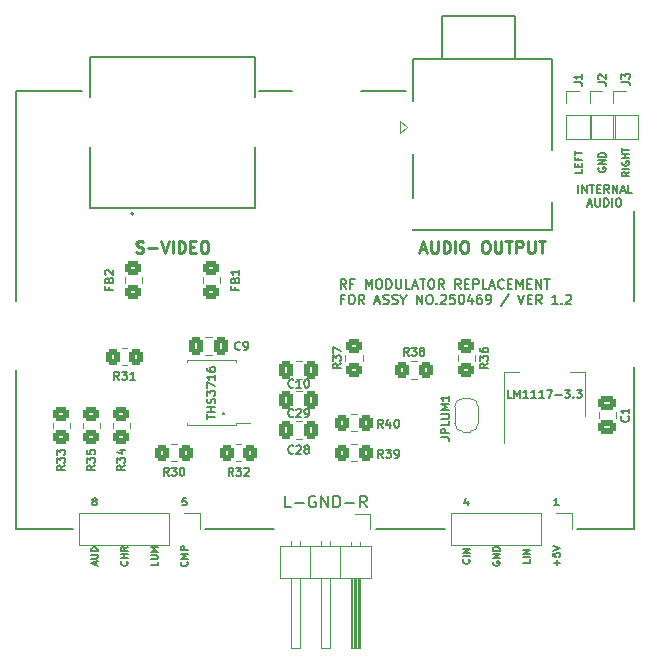
<source format=gbr>
G04 #@! TF.GenerationSoftware,KiCad,Pcbnew,(6.0.0)*
G04 #@! TF.CreationDate,2022-02-21T15:52:47+01:00*
G04 #@! TF.ProjectId,rfreplacement,72667265-706c-4616-9365-6d656e742e6b,rev?*
G04 #@! TF.SameCoordinates,Original*
G04 #@! TF.FileFunction,Legend,Top*
G04 #@! TF.FilePolarity,Positive*
%FSLAX46Y46*%
G04 Gerber Fmt 4.6, Leading zero omitted, Abs format (unit mm)*
G04 Created by KiCad (PCBNEW (6.0.0)) date 2022-02-21 15:52:47*
%MOMM*%
%LPD*%
G01*
G04 APERTURE LIST*
G04 Aperture macros list*
%AMRoundRect*
0 Rectangle with rounded corners*
0 $1 Rounding radius*
0 $2 $3 $4 $5 $6 $7 $8 $9 X,Y pos of 4 corners*
0 Add a 4 corners polygon primitive as box body*
4,1,4,$2,$3,$4,$5,$6,$7,$8,$9,$2,$3,0*
0 Add four circle primitives for the rounded corners*
1,1,$1+$1,$2,$3*
1,1,$1+$1,$4,$5*
1,1,$1+$1,$6,$7*
1,1,$1+$1,$8,$9*
0 Add four rect primitives between the rounded corners*
20,1,$1+$1,$2,$3,$4,$5,0*
20,1,$1+$1,$4,$5,$6,$7,0*
20,1,$1+$1,$6,$7,$8,$9,0*
20,1,$1+$1,$8,$9,$2,$3,0*%
%AMFreePoly0*
4,1,22,0.500000,-0.750000,0.000000,-0.750000,0.000000,-0.745033,-0.079941,-0.743568,-0.215256,-0.701293,-0.333266,-0.622738,-0.424486,-0.514219,-0.481581,-0.384460,-0.499164,-0.250000,-0.500000,-0.250000,-0.500000,0.250000,-0.499164,0.250000,-0.499963,0.256109,-0.478152,0.396186,-0.417904,0.524511,-0.324060,0.630769,-0.204165,0.706417,-0.067858,0.745374,0.000000,0.744959,0.000000,0.750000,
0.500000,0.750000,0.500000,-0.750000,0.500000,-0.750000,$1*%
%AMFreePoly1*
4,1,20,0.000000,0.744959,0.073905,0.744508,0.209726,0.703889,0.328688,0.626782,0.421226,0.519385,0.479903,0.390333,0.500000,0.250000,0.500000,-0.250000,0.499851,-0.262216,0.476331,-0.402017,0.414519,-0.529596,0.319384,-0.634700,0.198574,-0.708877,0.061801,-0.746166,0.000000,-0.745033,0.000000,-0.750000,-0.500000,-0.750000,-0.500000,0.750000,0.000000,0.750000,0.000000,0.744959,
0.000000,0.744959,$1*%
G04 Aperture macros list end*
%ADD10C,0.150000*%
%ADD11C,0.250000*%
%ADD12C,0.120000*%
%ADD13C,0.127000*%
%ADD14C,0.200000*%
%ADD15R,1.700000X1.700000*%
%ADD16O,1.700000X1.700000*%
%ADD17R,1.450000X0.800000*%
%ADD18RoundRect,0.250000X-0.475000X0.337500X-0.475000X-0.337500X0.475000X-0.337500X0.475000X0.337500X0*%
%ADD19RoundRect,0.250000X0.337500X0.475000X-0.337500X0.475000X-0.337500X-0.475000X0.337500X-0.475000X0*%
%ADD20RoundRect,0.250000X-0.337500X-0.475000X0.337500X-0.475000X0.337500X0.475000X-0.337500X0.475000X0*%
%ADD21FreePoly0,270.000000*%
%ADD22FreePoly1,270.000000*%
%ADD23RoundRect,0.250000X-0.350000X-0.450000X0.350000X-0.450000X0.350000X0.450000X-0.350000X0.450000X0*%
%ADD24RoundRect,0.250000X0.450000X-0.350000X0.450000X0.350000X-0.450000X0.350000X-0.450000X-0.350000X0*%
%ADD25RoundRect,0.250000X-0.450000X0.350000X-0.450000X-0.350000X0.450000X-0.350000X0.450000X0.350000X0*%
%ADD26RoundRect,0.250000X0.350000X0.450000X-0.350000X0.450000X-0.350000X-0.450000X0.350000X-0.450000X0*%
%ADD27R,1.500000X2.000000*%
%ADD28R,3.800000X2.000000*%
%ADD29O,2.200000X4.000000*%
%ADD30O,4.000000X2.200000*%
%ADD31R,2.200000X4.000000*%
%ADD32R,1.398000X1.398000*%
%ADD33C,1.398000*%
%ADD34C,3.306000*%
%ADD35R,1.350000X1.350000*%
%ADD36O,1.350000X1.350000*%
%ADD37RoundRect,0.250000X0.450000X-0.325000X0.450000X0.325000X-0.450000X0.325000X-0.450000X-0.325000X0*%
%ADD38C,1.600000*%
%ADD39O,1.600000X1.600000*%
G04 APERTURE END LIST*
D10*
X150876000Y-80518000D02*
X150876000Y-73914000D01*
X150876000Y-86106000D02*
X150876000Y-99822000D01*
X103378000Y-99822000D02*
X98552000Y-99822000D01*
X121920000Y-62738000D02*
X119126000Y-62738000D01*
X134874000Y-99822000D02*
X129032000Y-99822000D01*
X98552000Y-62738000D02*
X98552000Y-80518000D01*
X98552000Y-99822000D02*
X98552000Y-86360000D01*
X150876000Y-99822000D02*
X146050000Y-99822000D01*
X120396000Y-99822000D02*
X114554000Y-99822000D01*
X150876000Y-73914000D02*
X150876000Y-72898000D01*
X104140000Y-62738000D02*
X98552000Y-62738000D01*
X127762000Y-62738000D02*
X131572000Y-62738000D01*
X138892000Y-102565142D02*
X138863428Y-102622285D01*
X138863428Y-102708000D01*
X138892000Y-102793714D01*
X138949142Y-102850857D01*
X139006285Y-102879428D01*
X139120571Y-102908000D01*
X139206285Y-102908000D01*
X139320571Y-102879428D01*
X139377714Y-102850857D01*
X139434857Y-102793714D01*
X139463428Y-102708000D01*
X139463428Y-102650857D01*
X139434857Y-102565142D01*
X139406285Y-102536571D01*
X139206285Y-102536571D01*
X139206285Y-102650857D01*
X139463428Y-102279428D02*
X138863428Y-102279428D01*
X139463428Y-101936571D01*
X138863428Y-101936571D01*
X139463428Y-101650857D02*
X138863428Y-101650857D01*
X138863428Y-101508000D01*
X138892000Y-101422285D01*
X138949142Y-101365142D01*
X139006285Y-101336571D01*
X139120571Y-101308000D01*
X139206285Y-101308000D01*
X139320571Y-101336571D01*
X139377714Y-101365142D01*
X139434857Y-101422285D01*
X139463428Y-101508000D01*
X139463428Y-101650857D01*
X112918857Y-97207428D02*
X112633142Y-97207428D01*
X112604571Y-97493142D01*
X112633142Y-97464571D01*
X112690285Y-97436000D01*
X112833142Y-97436000D01*
X112890285Y-97464571D01*
X112918857Y-97493142D01*
X112947428Y-97550285D01*
X112947428Y-97693142D01*
X112918857Y-97750285D01*
X112890285Y-97778857D01*
X112833142Y-97807428D01*
X112690285Y-97807428D01*
X112633142Y-97778857D01*
X112604571Y-97750285D01*
X144443428Y-97807428D02*
X144100571Y-97807428D01*
X144272000Y-97807428D02*
X144272000Y-97207428D01*
X144214857Y-97293142D01*
X144157714Y-97350285D01*
X144100571Y-97378857D01*
X121761619Y-97988380D02*
X121285428Y-97988380D01*
X121285428Y-96988380D01*
X122094952Y-97607428D02*
X122856857Y-97607428D01*
X123856857Y-97036000D02*
X123761619Y-96988380D01*
X123618761Y-96988380D01*
X123475904Y-97036000D01*
X123380666Y-97131238D01*
X123333047Y-97226476D01*
X123285428Y-97416952D01*
X123285428Y-97559809D01*
X123333047Y-97750285D01*
X123380666Y-97845523D01*
X123475904Y-97940761D01*
X123618761Y-97988380D01*
X123714000Y-97988380D01*
X123856857Y-97940761D01*
X123904476Y-97893142D01*
X123904476Y-97559809D01*
X123714000Y-97559809D01*
X124333047Y-97988380D02*
X124333047Y-96988380D01*
X124904476Y-97988380D01*
X124904476Y-96988380D01*
X125380666Y-97988380D02*
X125380666Y-96988380D01*
X125618761Y-96988380D01*
X125761619Y-97036000D01*
X125856857Y-97131238D01*
X125904476Y-97226476D01*
X125952095Y-97416952D01*
X125952095Y-97559809D01*
X125904476Y-97750285D01*
X125856857Y-97845523D01*
X125761619Y-97940761D01*
X125618761Y-97988380D01*
X125380666Y-97988380D01*
X126380666Y-97607428D02*
X127142571Y-97607428D01*
X128190190Y-97988380D02*
X127856857Y-97512190D01*
X127618761Y-97988380D02*
X127618761Y-96988380D01*
X127999714Y-96988380D01*
X128094952Y-97036000D01*
X128142571Y-97083619D01*
X128190190Y-97178857D01*
X128190190Y-97321714D01*
X128142571Y-97416952D01*
X128094952Y-97464571D01*
X127999714Y-97512190D01*
X127618761Y-97512190D01*
X150427428Y-69572000D02*
X150141714Y-69772000D01*
X150427428Y-69914857D02*
X149827428Y-69914857D01*
X149827428Y-69686285D01*
X149856000Y-69629142D01*
X149884571Y-69600571D01*
X149941714Y-69572000D01*
X150027428Y-69572000D01*
X150084571Y-69600571D01*
X150113142Y-69629142D01*
X150141714Y-69686285D01*
X150141714Y-69914857D01*
X150427428Y-69314857D02*
X149827428Y-69314857D01*
X149856000Y-68714857D02*
X149827428Y-68772000D01*
X149827428Y-68857714D01*
X149856000Y-68943428D01*
X149913142Y-69000571D01*
X149970285Y-69029142D01*
X150084571Y-69057714D01*
X150170285Y-69057714D01*
X150284571Y-69029142D01*
X150341714Y-69000571D01*
X150398857Y-68943428D01*
X150427428Y-68857714D01*
X150427428Y-68800571D01*
X150398857Y-68714857D01*
X150370285Y-68686285D01*
X150170285Y-68686285D01*
X150170285Y-68800571D01*
X150427428Y-68429142D02*
X149827428Y-68429142D01*
X150113142Y-68429142D02*
X150113142Y-68086285D01*
X150427428Y-68086285D02*
X149827428Y-68086285D01*
X149827428Y-67886285D02*
X149827428Y-67543428D01*
X150427428Y-67714857D02*
X149827428Y-67714857D01*
X107910285Y-102536571D02*
X107938857Y-102565142D01*
X107967428Y-102650857D01*
X107967428Y-102708000D01*
X107938857Y-102793714D01*
X107881714Y-102850857D01*
X107824571Y-102879428D01*
X107710285Y-102908000D01*
X107624571Y-102908000D01*
X107510285Y-102879428D01*
X107453142Y-102850857D01*
X107396000Y-102793714D01*
X107367428Y-102708000D01*
X107367428Y-102650857D01*
X107396000Y-102565142D01*
X107424571Y-102536571D01*
X107967428Y-102279428D02*
X107367428Y-102279428D01*
X107653142Y-102279428D02*
X107653142Y-101936571D01*
X107967428Y-101936571D02*
X107367428Y-101936571D01*
X107967428Y-101308000D02*
X107681714Y-101508000D01*
X107967428Y-101650857D02*
X107367428Y-101650857D01*
X107367428Y-101422285D01*
X107396000Y-101365142D01*
X107424571Y-101336571D01*
X107481714Y-101308000D01*
X107567428Y-101308000D01*
X107624571Y-101336571D01*
X107653142Y-101365142D01*
X107681714Y-101422285D01*
X107681714Y-101650857D01*
X112990285Y-102565142D02*
X113018857Y-102593714D01*
X113047428Y-102679428D01*
X113047428Y-102736571D01*
X113018857Y-102822285D01*
X112961714Y-102879428D01*
X112904571Y-102908000D01*
X112790285Y-102936571D01*
X112704571Y-102936571D01*
X112590285Y-102908000D01*
X112533142Y-102879428D01*
X112476000Y-102822285D01*
X112447428Y-102736571D01*
X112447428Y-102679428D01*
X112476000Y-102593714D01*
X112504571Y-102565142D01*
X113047428Y-102308000D02*
X112447428Y-102308000D01*
X112876000Y-102108000D01*
X112447428Y-101908000D01*
X113047428Y-101908000D01*
X113047428Y-101622285D02*
X112447428Y-101622285D01*
X112447428Y-101393714D01*
X112476000Y-101336571D01*
X112504571Y-101308000D01*
X112561714Y-101279428D01*
X112647428Y-101279428D01*
X112704571Y-101308000D01*
X112733142Y-101336571D01*
X112761714Y-101393714D01*
X112761714Y-101622285D01*
D11*
X108712380Y-76376761D02*
X108855238Y-76424380D01*
X109093333Y-76424380D01*
X109188571Y-76376761D01*
X109236190Y-76329142D01*
X109283809Y-76233904D01*
X109283809Y-76138666D01*
X109236190Y-76043428D01*
X109188571Y-75995809D01*
X109093333Y-75948190D01*
X108902857Y-75900571D01*
X108807619Y-75852952D01*
X108760000Y-75805333D01*
X108712380Y-75710095D01*
X108712380Y-75614857D01*
X108760000Y-75519619D01*
X108807619Y-75472000D01*
X108902857Y-75424380D01*
X109140952Y-75424380D01*
X109283809Y-75472000D01*
X109712380Y-76043428D02*
X110474285Y-76043428D01*
X110807619Y-75424380D02*
X111140952Y-76424380D01*
X111474285Y-75424380D01*
X111807619Y-76424380D02*
X111807619Y-75424380D01*
X112283809Y-76424380D02*
X112283809Y-75424380D01*
X112521904Y-75424380D01*
X112664761Y-75472000D01*
X112760000Y-75567238D01*
X112807619Y-75662476D01*
X112855238Y-75852952D01*
X112855238Y-75995809D01*
X112807619Y-76186285D01*
X112760000Y-76281523D01*
X112664761Y-76376761D01*
X112521904Y-76424380D01*
X112283809Y-76424380D01*
X113283809Y-75900571D02*
X113617142Y-75900571D01*
X113760000Y-76424380D02*
X113283809Y-76424380D01*
X113283809Y-75424380D01*
X113760000Y-75424380D01*
X114379047Y-75424380D02*
X114569523Y-75424380D01*
X114664761Y-75472000D01*
X114760000Y-75567238D01*
X114807619Y-75757714D01*
X114807619Y-76091047D01*
X114760000Y-76281523D01*
X114664761Y-76376761D01*
X114569523Y-76424380D01*
X114379047Y-76424380D01*
X114283809Y-76376761D01*
X114188571Y-76281523D01*
X114140952Y-76091047D01*
X114140952Y-75757714D01*
X114188571Y-75567238D01*
X114283809Y-75472000D01*
X114379047Y-75424380D01*
D10*
X146086000Y-71381166D02*
X146086000Y-70681166D01*
X146419333Y-71381166D02*
X146419333Y-70681166D01*
X146819333Y-71381166D01*
X146819333Y-70681166D01*
X147052666Y-70681166D02*
X147452666Y-70681166D01*
X147252666Y-71381166D02*
X147252666Y-70681166D01*
X147686000Y-71014500D02*
X147919333Y-71014500D01*
X148019333Y-71381166D02*
X147686000Y-71381166D01*
X147686000Y-70681166D01*
X148019333Y-70681166D01*
X148719333Y-71381166D02*
X148486000Y-71047833D01*
X148319333Y-71381166D02*
X148319333Y-70681166D01*
X148586000Y-70681166D01*
X148652666Y-70714500D01*
X148686000Y-70747833D01*
X148719333Y-70814500D01*
X148719333Y-70914500D01*
X148686000Y-70981166D01*
X148652666Y-71014500D01*
X148586000Y-71047833D01*
X148319333Y-71047833D01*
X149019333Y-71381166D02*
X149019333Y-70681166D01*
X149419333Y-71381166D01*
X149419333Y-70681166D01*
X149719333Y-71181166D02*
X150052666Y-71181166D01*
X149652666Y-71381166D02*
X149886000Y-70681166D01*
X150119333Y-71381166D01*
X150686000Y-71381166D02*
X150352666Y-71381166D01*
X150352666Y-70681166D01*
X146919333Y-72308166D02*
X147252666Y-72308166D01*
X146852666Y-72508166D02*
X147086000Y-71808166D01*
X147319333Y-72508166D01*
X147552666Y-71808166D02*
X147552666Y-72374833D01*
X147586000Y-72441500D01*
X147619333Y-72474833D01*
X147686000Y-72508166D01*
X147819333Y-72508166D01*
X147886000Y-72474833D01*
X147919333Y-72441500D01*
X147952666Y-72374833D01*
X147952666Y-71808166D01*
X148286000Y-72508166D02*
X148286000Y-71808166D01*
X148452666Y-71808166D01*
X148552666Y-71841500D01*
X148619333Y-71908166D01*
X148652666Y-71974833D01*
X148686000Y-72108166D01*
X148686000Y-72208166D01*
X148652666Y-72341500D01*
X148619333Y-72408166D01*
X148552666Y-72474833D01*
X148452666Y-72508166D01*
X148286000Y-72508166D01*
X148986000Y-72508166D02*
X148986000Y-71808166D01*
X149452666Y-71808166D02*
X149586000Y-71808166D01*
X149652666Y-71841500D01*
X149719333Y-71908166D01*
X149752666Y-72041500D01*
X149752666Y-72274833D01*
X149719333Y-72408166D01*
X149652666Y-72474833D01*
X149586000Y-72508166D01*
X149452666Y-72508166D01*
X149386000Y-72474833D01*
X149319333Y-72408166D01*
X149286000Y-72274833D01*
X149286000Y-72041500D01*
X149319333Y-71908166D01*
X149386000Y-71841500D01*
X149452666Y-71808166D01*
X116078000Y-90019142D02*
X116125619Y-90066761D01*
X116078000Y-90114380D01*
X116030380Y-90066761D01*
X116078000Y-90019142D01*
X116078000Y-90114380D01*
X144314857Y-102879428D02*
X144314857Y-102422285D01*
X144543428Y-102650857D02*
X144086285Y-102650857D01*
X143943428Y-101850857D02*
X143943428Y-102136571D01*
X144229142Y-102165142D01*
X144200571Y-102136571D01*
X144172000Y-102079428D01*
X144172000Y-101936571D01*
X144200571Y-101879428D01*
X144229142Y-101850857D01*
X144286285Y-101822285D01*
X144429142Y-101822285D01*
X144486285Y-101850857D01*
X144514857Y-101879428D01*
X144543428Y-101936571D01*
X144543428Y-102079428D01*
X144514857Y-102136571D01*
X144486285Y-102165142D01*
X143943428Y-101650857D02*
X144543428Y-101450857D01*
X143943428Y-101250857D01*
X136766285Y-97407428D02*
X136766285Y-97807428D01*
X136623428Y-97178857D02*
X136480571Y-97607428D01*
X136852000Y-97607428D01*
X136866285Y-102379428D02*
X136894857Y-102408000D01*
X136923428Y-102493714D01*
X136923428Y-102550857D01*
X136894857Y-102636571D01*
X136837714Y-102693714D01*
X136780571Y-102722285D01*
X136666285Y-102750857D01*
X136580571Y-102750857D01*
X136466285Y-102722285D01*
X136409142Y-102693714D01*
X136352000Y-102636571D01*
X136323428Y-102550857D01*
X136323428Y-102493714D01*
X136352000Y-102408000D01*
X136380571Y-102379428D01*
X136923428Y-102122285D02*
X136323428Y-102122285D01*
X136923428Y-101836571D02*
X136323428Y-101836571D01*
X136923428Y-101493714D01*
X136323428Y-101493714D01*
X110507428Y-102579428D02*
X110507428Y-102865142D01*
X109907428Y-102865142D01*
X109907428Y-102379428D02*
X110393142Y-102379428D01*
X110450285Y-102350857D01*
X110478857Y-102322285D01*
X110507428Y-102265142D01*
X110507428Y-102150857D01*
X110478857Y-102093714D01*
X110450285Y-102065142D01*
X110393142Y-102036571D01*
X109907428Y-102036571D01*
X110507428Y-101750857D02*
X109907428Y-101750857D01*
X110336000Y-101550857D01*
X109907428Y-101350857D01*
X110507428Y-101350857D01*
D11*
X132757904Y-76138666D02*
X133234095Y-76138666D01*
X132662666Y-76424380D02*
X132996000Y-75424380D01*
X133329333Y-76424380D01*
X133662666Y-75424380D02*
X133662666Y-76233904D01*
X133710285Y-76329142D01*
X133757904Y-76376761D01*
X133853142Y-76424380D01*
X134043619Y-76424380D01*
X134138857Y-76376761D01*
X134186476Y-76329142D01*
X134234095Y-76233904D01*
X134234095Y-75424380D01*
X134710285Y-76424380D02*
X134710285Y-75424380D01*
X134948380Y-75424380D01*
X135091238Y-75472000D01*
X135186476Y-75567238D01*
X135234095Y-75662476D01*
X135281714Y-75852952D01*
X135281714Y-75995809D01*
X135234095Y-76186285D01*
X135186476Y-76281523D01*
X135091238Y-76376761D01*
X134948380Y-76424380D01*
X134710285Y-76424380D01*
X135710285Y-76424380D02*
X135710285Y-75424380D01*
X136376952Y-75424380D02*
X136567428Y-75424380D01*
X136662666Y-75472000D01*
X136757904Y-75567238D01*
X136805523Y-75757714D01*
X136805523Y-76091047D01*
X136757904Y-76281523D01*
X136662666Y-76376761D01*
X136567428Y-76424380D01*
X136376952Y-76424380D01*
X136281714Y-76376761D01*
X136186476Y-76281523D01*
X136138857Y-76091047D01*
X136138857Y-75757714D01*
X136186476Y-75567238D01*
X136281714Y-75472000D01*
X136376952Y-75424380D01*
X138186476Y-75424380D02*
X138376952Y-75424380D01*
X138472190Y-75472000D01*
X138567428Y-75567238D01*
X138615047Y-75757714D01*
X138615047Y-76091047D01*
X138567428Y-76281523D01*
X138472190Y-76376761D01*
X138376952Y-76424380D01*
X138186476Y-76424380D01*
X138091238Y-76376761D01*
X137996000Y-76281523D01*
X137948380Y-76091047D01*
X137948380Y-75757714D01*
X137996000Y-75567238D01*
X138091238Y-75472000D01*
X138186476Y-75424380D01*
X139043619Y-75424380D02*
X139043619Y-76233904D01*
X139091238Y-76329142D01*
X139138857Y-76376761D01*
X139234095Y-76424380D01*
X139424571Y-76424380D01*
X139519809Y-76376761D01*
X139567428Y-76329142D01*
X139615047Y-76233904D01*
X139615047Y-75424380D01*
X139948380Y-75424380D02*
X140519809Y-75424380D01*
X140234095Y-76424380D02*
X140234095Y-75424380D01*
X140853142Y-76424380D02*
X140853142Y-75424380D01*
X141234095Y-75424380D01*
X141329333Y-75472000D01*
X141376952Y-75519619D01*
X141424571Y-75614857D01*
X141424571Y-75757714D01*
X141376952Y-75852952D01*
X141329333Y-75900571D01*
X141234095Y-75948190D01*
X140853142Y-75948190D01*
X141853142Y-75424380D02*
X141853142Y-76233904D01*
X141900761Y-76329142D01*
X141948380Y-76376761D01*
X142043619Y-76424380D01*
X142234095Y-76424380D01*
X142329333Y-76376761D01*
X142376952Y-76329142D01*
X142424571Y-76233904D01*
X142424571Y-75424380D01*
X142757904Y-75424380D02*
X143329333Y-75424380D01*
X143043619Y-76424380D02*
X143043619Y-75424380D01*
D10*
X126475119Y-79473904D02*
X126208452Y-79092952D01*
X126017976Y-79473904D02*
X126017976Y-78673904D01*
X126322738Y-78673904D01*
X126398928Y-78712000D01*
X126437023Y-78750095D01*
X126475119Y-78826285D01*
X126475119Y-78940571D01*
X126437023Y-79016761D01*
X126398928Y-79054857D01*
X126322738Y-79092952D01*
X126017976Y-79092952D01*
X127084642Y-79054857D02*
X126817976Y-79054857D01*
X126817976Y-79473904D02*
X126817976Y-78673904D01*
X127198928Y-78673904D01*
X128113214Y-79473904D02*
X128113214Y-78673904D01*
X128379880Y-79245333D01*
X128646547Y-78673904D01*
X128646547Y-79473904D01*
X129179880Y-78673904D02*
X129332261Y-78673904D01*
X129408452Y-78712000D01*
X129484642Y-78788190D01*
X129522738Y-78940571D01*
X129522738Y-79207238D01*
X129484642Y-79359619D01*
X129408452Y-79435809D01*
X129332261Y-79473904D01*
X129179880Y-79473904D01*
X129103690Y-79435809D01*
X129027500Y-79359619D01*
X128989404Y-79207238D01*
X128989404Y-78940571D01*
X129027500Y-78788190D01*
X129103690Y-78712000D01*
X129179880Y-78673904D01*
X129865595Y-79473904D02*
X129865595Y-78673904D01*
X130056071Y-78673904D01*
X130170357Y-78712000D01*
X130246547Y-78788190D01*
X130284642Y-78864380D01*
X130322738Y-79016761D01*
X130322738Y-79131047D01*
X130284642Y-79283428D01*
X130246547Y-79359619D01*
X130170357Y-79435809D01*
X130056071Y-79473904D01*
X129865595Y-79473904D01*
X130665595Y-78673904D02*
X130665595Y-79321523D01*
X130703690Y-79397714D01*
X130741785Y-79435809D01*
X130817976Y-79473904D01*
X130970357Y-79473904D01*
X131046547Y-79435809D01*
X131084642Y-79397714D01*
X131122738Y-79321523D01*
X131122738Y-78673904D01*
X131884642Y-79473904D02*
X131503690Y-79473904D01*
X131503690Y-78673904D01*
X132113214Y-79245333D02*
X132494166Y-79245333D01*
X132037023Y-79473904D02*
X132303690Y-78673904D01*
X132570357Y-79473904D01*
X132722738Y-78673904D02*
X133179880Y-78673904D01*
X132951309Y-79473904D02*
X132951309Y-78673904D01*
X133598928Y-78673904D02*
X133751309Y-78673904D01*
X133827500Y-78712000D01*
X133903690Y-78788190D01*
X133941785Y-78940571D01*
X133941785Y-79207238D01*
X133903690Y-79359619D01*
X133827500Y-79435809D01*
X133751309Y-79473904D01*
X133598928Y-79473904D01*
X133522738Y-79435809D01*
X133446547Y-79359619D01*
X133408452Y-79207238D01*
X133408452Y-78940571D01*
X133446547Y-78788190D01*
X133522738Y-78712000D01*
X133598928Y-78673904D01*
X134741785Y-79473904D02*
X134475119Y-79092952D01*
X134284642Y-79473904D02*
X134284642Y-78673904D01*
X134589404Y-78673904D01*
X134665595Y-78712000D01*
X134703690Y-78750095D01*
X134741785Y-78826285D01*
X134741785Y-78940571D01*
X134703690Y-79016761D01*
X134665595Y-79054857D01*
X134589404Y-79092952D01*
X134284642Y-79092952D01*
X136151309Y-79473904D02*
X135884642Y-79092952D01*
X135694166Y-79473904D02*
X135694166Y-78673904D01*
X135998928Y-78673904D01*
X136075119Y-78712000D01*
X136113214Y-78750095D01*
X136151309Y-78826285D01*
X136151309Y-78940571D01*
X136113214Y-79016761D01*
X136075119Y-79054857D01*
X135998928Y-79092952D01*
X135694166Y-79092952D01*
X136494166Y-79054857D02*
X136760833Y-79054857D01*
X136875119Y-79473904D02*
X136494166Y-79473904D01*
X136494166Y-78673904D01*
X136875119Y-78673904D01*
X137217976Y-79473904D02*
X137217976Y-78673904D01*
X137522738Y-78673904D01*
X137598928Y-78712000D01*
X137637023Y-78750095D01*
X137675119Y-78826285D01*
X137675119Y-78940571D01*
X137637023Y-79016761D01*
X137598928Y-79054857D01*
X137522738Y-79092952D01*
X137217976Y-79092952D01*
X138398928Y-79473904D02*
X138017976Y-79473904D01*
X138017976Y-78673904D01*
X138627500Y-79245333D02*
X139008452Y-79245333D01*
X138551309Y-79473904D02*
X138817976Y-78673904D01*
X139084642Y-79473904D01*
X139808452Y-79397714D02*
X139770357Y-79435809D01*
X139656071Y-79473904D01*
X139579880Y-79473904D01*
X139465595Y-79435809D01*
X139389404Y-79359619D01*
X139351309Y-79283428D01*
X139313214Y-79131047D01*
X139313214Y-79016761D01*
X139351309Y-78864380D01*
X139389404Y-78788190D01*
X139465595Y-78712000D01*
X139579880Y-78673904D01*
X139656071Y-78673904D01*
X139770357Y-78712000D01*
X139808452Y-78750095D01*
X140151309Y-79054857D02*
X140417976Y-79054857D01*
X140532261Y-79473904D02*
X140151309Y-79473904D01*
X140151309Y-78673904D01*
X140532261Y-78673904D01*
X140875119Y-79473904D02*
X140875119Y-78673904D01*
X141141785Y-79245333D01*
X141408452Y-78673904D01*
X141408452Y-79473904D01*
X141789404Y-79054857D02*
X142056071Y-79054857D01*
X142170357Y-79473904D02*
X141789404Y-79473904D01*
X141789404Y-78673904D01*
X142170357Y-78673904D01*
X142513214Y-79473904D02*
X142513214Y-78673904D01*
X142970357Y-79473904D01*
X142970357Y-78673904D01*
X143237023Y-78673904D02*
X143694166Y-78673904D01*
X143465595Y-79473904D02*
X143465595Y-78673904D01*
X126284642Y-80342857D02*
X126017976Y-80342857D01*
X126017976Y-80761904D02*
X126017976Y-79961904D01*
X126398928Y-79961904D01*
X126856071Y-79961904D02*
X127008452Y-79961904D01*
X127084642Y-80000000D01*
X127160833Y-80076190D01*
X127198928Y-80228571D01*
X127198928Y-80495238D01*
X127160833Y-80647619D01*
X127084642Y-80723809D01*
X127008452Y-80761904D01*
X126856071Y-80761904D01*
X126779880Y-80723809D01*
X126703690Y-80647619D01*
X126665595Y-80495238D01*
X126665595Y-80228571D01*
X126703690Y-80076190D01*
X126779880Y-80000000D01*
X126856071Y-79961904D01*
X127998928Y-80761904D02*
X127732261Y-80380952D01*
X127541785Y-80761904D02*
X127541785Y-79961904D01*
X127846547Y-79961904D01*
X127922738Y-80000000D01*
X127960833Y-80038095D01*
X127998928Y-80114285D01*
X127998928Y-80228571D01*
X127960833Y-80304761D01*
X127922738Y-80342857D01*
X127846547Y-80380952D01*
X127541785Y-80380952D01*
X128913214Y-80533333D02*
X129294166Y-80533333D01*
X128837023Y-80761904D02*
X129103690Y-79961904D01*
X129370357Y-80761904D01*
X129598928Y-80723809D02*
X129713214Y-80761904D01*
X129903690Y-80761904D01*
X129979880Y-80723809D01*
X130017976Y-80685714D01*
X130056071Y-80609523D01*
X130056071Y-80533333D01*
X130017976Y-80457142D01*
X129979880Y-80419047D01*
X129903690Y-80380952D01*
X129751309Y-80342857D01*
X129675119Y-80304761D01*
X129637023Y-80266666D01*
X129598928Y-80190476D01*
X129598928Y-80114285D01*
X129637023Y-80038095D01*
X129675119Y-80000000D01*
X129751309Y-79961904D01*
X129941785Y-79961904D01*
X130056071Y-80000000D01*
X130360833Y-80723809D02*
X130475119Y-80761904D01*
X130665595Y-80761904D01*
X130741785Y-80723809D01*
X130779880Y-80685714D01*
X130817976Y-80609523D01*
X130817976Y-80533333D01*
X130779880Y-80457142D01*
X130741785Y-80419047D01*
X130665595Y-80380952D01*
X130513214Y-80342857D01*
X130437023Y-80304761D01*
X130398928Y-80266666D01*
X130360833Y-80190476D01*
X130360833Y-80114285D01*
X130398928Y-80038095D01*
X130437023Y-80000000D01*
X130513214Y-79961904D01*
X130703690Y-79961904D01*
X130817976Y-80000000D01*
X131313214Y-80380952D02*
X131313214Y-80761904D01*
X131046547Y-79961904D02*
X131313214Y-80380952D01*
X131579880Y-79961904D01*
X132456071Y-80761904D02*
X132456071Y-79961904D01*
X132913214Y-80761904D01*
X132913214Y-79961904D01*
X133446547Y-79961904D02*
X133598928Y-79961904D01*
X133675119Y-80000000D01*
X133751309Y-80076190D01*
X133789404Y-80228571D01*
X133789404Y-80495238D01*
X133751309Y-80647619D01*
X133675119Y-80723809D01*
X133598928Y-80761904D01*
X133446547Y-80761904D01*
X133370357Y-80723809D01*
X133294166Y-80647619D01*
X133256071Y-80495238D01*
X133256071Y-80228571D01*
X133294166Y-80076190D01*
X133370357Y-80000000D01*
X133446547Y-79961904D01*
X134132261Y-80685714D02*
X134170357Y-80723809D01*
X134132261Y-80761904D01*
X134094166Y-80723809D01*
X134132261Y-80685714D01*
X134132261Y-80761904D01*
X134475119Y-80038095D02*
X134513214Y-80000000D01*
X134589404Y-79961904D01*
X134779880Y-79961904D01*
X134856071Y-80000000D01*
X134894166Y-80038095D01*
X134932261Y-80114285D01*
X134932261Y-80190476D01*
X134894166Y-80304761D01*
X134437023Y-80761904D01*
X134932261Y-80761904D01*
X135656071Y-79961904D02*
X135275119Y-79961904D01*
X135237023Y-80342857D01*
X135275119Y-80304761D01*
X135351309Y-80266666D01*
X135541785Y-80266666D01*
X135617976Y-80304761D01*
X135656071Y-80342857D01*
X135694166Y-80419047D01*
X135694166Y-80609523D01*
X135656071Y-80685714D01*
X135617976Y-80723809D01*
X135541785Y-80761904D01*
X135351309Y-80761904D01*
X135275119Y-80723809D01*
X135237023Y-80685714D01*
X136189404Y-79961904D02*
X136265595Y-79961904D01*
X136341785Y-80000000D01*
X136379880Y-80038095D01*
X136417976Y-80114285D01*
X136456071Y-80266666D01*
X136456071Y-80457142D01*
X136417976Y-80609523D01*
X136379880Y-80685714D01*
X136341785Y-80723809D01*
X136265595Y-80761904D01*
X136189404Y-80761904D01*
X136113214Y-80723809D01*
X136075119Y-80685714D01*
X136037023Y-80609523D01*
X135998928Y-80457142D01*
X135998928Y-80266666D01*
X136037023Y-80114285D01*
X136075119Y-80038095D01*
X136113214Y-80000000D01*
X136189404Y-79961904D01*
X137141785Y-80228571D02*
X137141785Y-80761904D01*
X136951309Y-79923809D02*
X136760833Y-80495238D01*
X137256071Y-80495238D01*
X137903690Y-79961904D02*
X137751309Y-79961904D01*
X137675119Y-80000000D01*
X137637023Y-80038095D01*
X137560833Y-80152380D01*
X137522738Y-80304761D01*
X137522738Y-80609523D01*
X137560833Y-80685714D01*
X137598928Y-80723809D01*
X137675119Y-80761904D01*
X137827500Y-80761904D01*
X137903690Y-80723809D01*
X137941785Y-80685714D01*
X137979880Y-80609523D01*
X137979880Y-80419047D01*
X137941785Y-80342857D01*
X137903690Y-80304761D01*
X137827500Y-80266666D01*
X137675119Y-80266666D01*
X137598928Y-80304761D01*
X137560833Y-80342857D01*
X137522738Y-80419047D01*
X138360833Y-80761904D02*
X138513214Y-80761904D01*
X138589404Y-80723809D01*
X138627500Y-80685714D01*
X138703690Y-80571428D01*
X138741785Y-80419047D01*
X138741785Y-80114285D01*
X138703690Y-80038095D01*
X138665595Y-80000000D01*
X138589404Y-79961904D01*
X138437023Y-79961904D01*
X138360833Y-80000000D01*
X138322738Y-80038095D01*
X138284642Y-80114285D01*
X138284642Y-80304761D01*
X138322738Y-80380952D01*
X138360833Y-80419047D01*
X138437023Y-80457142D01*
X138589404Y-80457142D01*
X138665595Y-80419047D01*
X138703690Y-80380952D01*
X138741785Y-80304761D01*
X140265595Y-79923809D02*
X139579880Y-80952380D01*
X141027500Y-79961904D02*
X141294166Y-80761904D01*
X141560833Y-79961904D01*
X141827500Y-80342857D02*
X142094166Y-80342857D01*
X142208452Y-80761904D02*
X141827500Y-80761904D01*
X141827500Y-79961904D01*
X142208452Y-79961904D01*
X143008452Y-80761904D02*
X142741785Y-80380952D01*
X142551309Y-80761904D02*
X142551309Y-79961904D01*
X142856071Y-79961904D01*
X142932261Y-80000000D01*
X142970357Y-80038095D01*
X143008452Y-80114285D01*
X143008452Y-80228571D01*
X142970357Y-80304761D01*
X142932261Y-80342857D01*
X142856071Y-80380952D01*
X142551309Y-80380952D01*
X144379880Y-80761904D02*
X143922738Y-80761904D01*
X144151309Y-80761904D02*
X144151309Y-79961904D01*
X144075119Y-80076190D01*
X143998928Y-80152380D01*
X143922738Y-80190476D01*
X144722738Y-80685714D02*
X144760833Y-80723809D01*
X144722738Y-80761904D01*
X144684642Y-80723809D01*
X144722738Y-80685714D01*
X144722738Y-80761904D01*
X145065595Y-80038095D02*
X145103690Y-80000000D01*
X145179880Y-79961904D01*
X145370357Y-79961904D01*
X145446547Y-80000000D01*
X145484642Y-80038095D01*
X145522738Y-80114285D01*
X145522738Y-80190476D01*
X145484642Y-80304761D01*
X145027500Y-80761904D01*
X145522738Y-80761904D01*
X105098857Y-97464571D02*
X105041714Y-97436000D01*
X105013142Y-97407428D01*
X104984571Y-97350285D01*
X104984571Y-97321714D01*
X105013142Y-97264571D01*
X105041714Y-97236000D01*
X105098857Y-97207428D01*
X105213142Y-97207428D01*
X105270285Y-97236000D01*
X105298857Y-97264571D01*
X105327428Y-97321714D01*
X105327428Y-97350285D01*
X105298857Y-97407428D01*
X105270285Y-97436000D01*
X105213142Y-97464571D01*
X105098857Y-97464571D01*
X105041714Y-97493142D01*
X105013142Y-97521714D01*
X104984571Y-97578857D01*
X104984571Y-97693142D01*
X105013142Y-97750285D01*
X105041714Y-97778857D01*
X105098857Y-97807428D01*
X105213142Y-97807428D01*
X105270285Y-97778857D01*
X105298857Y-97750285D01*
X105327428Y-97693142D01*
X105327428Y-97578857D01*
X105298857Y-97521714D01*
X105270285Y-97493142D01*
X105213142Y-97464571D01*
X147856000Y-69229142D02*
X147827428Y-69286285D01*
X147827428Y-69372000D01*
X147856000Y-69457714D01*
X147913142Y-69514857D01*
X147970285Y-69543428D01*
X148084571Y-69572000D01*
X148170285Y-69572000D01*
X148284571Y-69543428D01*
X148341714Y-69514857D01*
X148398857Y-69457714D01*
X148427428Y-69372000D01*
X148427428Y-69314857D01*
X148398857Y-69229142D01*
X148370285Y-69200571D01*
X148170285Y-69200571D01*
X148170285Y-69314857D01*
X148427428Y-68943428D02*
X147827428Y-68943428D01*
X148427428Y-68600571D01*
X147827428Y-68600571D01*
X148427428Y-68314857D02*
X147827428Y-68314857D01*
X147827428Y-68172000D01*
X147856000Y-68086285D01*
X147913142Y-68029142D01*
X147970285Y-68000571D01*
X148084571Y-67972000D01*
X148170285Y-67972000D01*
X148284571Y-68000571D01*
X148341714Y-68029142D01*
X148398857Y-68086285D01*
X148427428Y-68172000D01*
X148427428Y-68314857D01*
X146427428Y-69343428D02*
X146427428Y-69629142D01*
X145827428Y-69629142D01*
X146113142Y-69143428D02*
X146113142Y-68943428D01*
X146427428Y-68857714D02*
X146427428Y-69143428D01*
X145827428Y-69143428D01*
X145827428Y-68857714D01*
X146113142Y-68400571D02*
X146113142Y-68600571D01*
X146427428Y-68600571D02*
X145827428Y-68600571D01*
X145827428Y-68314857D01*
X145827428Y-68172000D02*
X145827428Y-67829142D01*
X146427428Y-68000571D02*
X145827428Y-68000571D01*
X142003428Y-102379428D02*
X142003428Y-102665142D01*
X141403428Y-102665142D01*
X142003428Y-102179428D02*
X141403428Y-102179428D01*
X142003428Y-101893714D02*
X141403428Y-101893714D01*
X142003428Y-101550857D01*
X141403428Y-101550857D01*
X105256000Y-102865142D02*
X105256000Y-102579428D01*
X105427428Y-102922285D02*
X104827428Y-102722285D01*
X105427428Y-102522285D01*
X104827428Y-102322285D02*
X105313142Y-102322285D01*
X105370285Y-102293714D01*
X105398857Y-102265142D01*
X105427428Y-102208000D01*
X105427428Y-102093714D01*
X105398857Y-102036571D01*
X105370285Y-102008000D01*
X105313142Y-101979428D01*
X104827428Y-101979428D01*
X105427428Y-101693714D02*
X104827428Y-101693714D01*
X104827428Y-101550857D01*
X104856000Y-101465142D01*
X104913142Y-101408000D01*
X104970285Y-101379428D01*
X105084571Y-101350857D01*
X105170285Y-101350857D01*
X105284571Y-101379428D01*
X105341714Y-101408000D01*
X105398857Y-101465142D01*
X105427428Y-101550857D01*
X105427428Y-101693714D01*
X114678666Y-90498333D02*
X114678666Y-90098333D01*
X115378666Y-90298333D02*
X114678666Y-90298333D01*
X115378666Y-89865000D02*
X114678666Y-89865000D01*
X115012000Y-89865000D02*
X115012000Y-89465000D01*
X115378666Y-89465000D02*
X114678666Y-89465000D01*
X115345333Y-89165000D02*
X115378666Y-89065000D01*
X115378666Y-88898333D01*
X115345333Y-88831666D01*
X115312000Y-88798333D01*
X115245333Y-88765000D01*
X115178666Y-88765000D01*
X115112000Y-88798333D01*
X115078666Y-88831666D01*
X115045333Y-88898333D01*
X115012000Y-89031666D01*
X114978666Y-89098333D01*
X114945333Y-89131666D01*
X114878666Y-89165000D01*
X114812000Y-89165000D01*
X114745333Y-89131666D01*
X114712000Y-89098333D01*
X114678666Y-89031666D01*
X114678666Y-88865000D01*
X114712000Y-88765000D01*
X114678666Y-88531666D02*
X114678666Y-88098333D01*
X114945333Y-88331666D01*
X114945333Y-88231666D01*
X114978666Y-88165000D01*
X115012000Y-88131666D01*
X115078666Y-88098333D01*
X115245333Y-88098333D01*
X115312000Y-88131666D01*
X115345333Y-88165000D01*
X115378666Y-88231666D01*
X115378666Y-88431666D01*
X115345333Y-88498333D01*
X115312000Y-88531666D01*
X114678666Y-87865000D02*
X114678666Y-87398333D01*
X115378666Y-87698333D01*
X115378666Y-86765000D02*
X115378666Y-87165000D01*
X115378666Y-86965000D02*
X114678666Y-86965000D01*
X114778666Y-87031666D01*
X114845333Y-87098333D01*
X114878666Y-87165000D01*
X114678666Y-86165000D02*
X114678666Y-86298333D01*
X114712000Y-86365000D01*
X114745333Y-86398333D01*
X114845333Y-86465000D01*
X114978666Y-86498333D01*
X115245333Y-86498333D01*
X115312000Y-86465000D01*
X115345333Y-86431666D01*
X115378666Y-86365000D01*
X115378666Y-86231666D01*
X115345333Y-86165000D01*
X115312000Y-86131666D01*
X115245333Y-86098333D01*
X115078666Y-86098333D01*
X115012000Y-86131666D01*
X114978666Y-86165000D01*
X114945333Y-86231666D01*
X114945333Y-86365000D01*
X114978666Y-86431666D01*
X115012000Y-86465000D01*
X115078666Y-86498333D01*
X150364000Y-90277666D02*
X150397333Y-90311000D01*
X150430666Y-90411000D01*
X150430666Y-90477666D01*
X150397333Y-90577666D01*
X150330666Y-90644333D01*
X150264000Y-90677666D01*
X150130666Y-90711000D01*
X150030666Y-90711000D01*
X149897333Y-90677666D01*
X149830666Y-90644333D01*
X149764000Y-90577666D01*
X149730666Y-90477666D01*
X149730666Y-90411000D01*
X149764000Y-90311000D01*
X149797333Y-90277666D01*
X150430666Y-89611000D02*
X150430666Y-90011000D01*
X150430666Y-89811000D02*
X149730666Y-89811000D01*
X149830666Y-89877666D01*
X149897333Y-89944333D01*
X149930666Y-90011000D01*
X117485333Y-84578000D02*
X117452000Y-84611333D01*
X117352000Y-84644666D01*
X117285333Y-84644666D01*
X117185333Y-84611333D01*
X117118666Y-84544666D01*
X117085333Y-84478000D01*
X117052000Y-84344666D01*
X117052000Y-84244666D01*
X117085333Y-84111333D01*
X117118666Y-84044666D01*
X117185333Y-83978000D01*
X117285333Y-83944666D01*
X117352000Y-83944666D01*
X117452000Y-83978000D01*
X117485333Y-84011333D01*
X117818666Y-84644666D02*
X117952000Y-84644666D01*
X118018666Y-84611333D01*
X118052000Y-84578000D01*
X118118666Y-84478000D01*
X118152000Y-84344666D01*
X118152000Y-84078000D01*
X118118666Y-84011333D01*
X118085333Y-83978000D01*
X118018666Y-83944666D01*
X117885333Y-83944666D01*
X117818666Y-83978000D01*
X117785333Y-84011333D01*
X117752000Y-84078000D01*
X117752000Y-84244666D01*
X117785333Y-84311333D01*
X117818666Y-84344666D01*
X117885333Y-84378000D01*
X118018666Y-84378000D01*
X118085333Y-84344666D01*
X118118666Y-84311333D01*
X118152000Y-84244666D01*
X121987000Y-87772000D02*
X121953666Y-87805333D01*
X121853666Y-87838666D01*
X121787000Y-87838666D01*
X121687000Y-87805333D01*
X121620333Y-87738666D01*
X121587000Y-87672000D01*
X121553666Y-87538666D01*
X121553666Y-87438666D01*
X121587000Y-87305333D01*
X121620333Y-87238666D01*
X121687000Y-87172000D01*
X121787000Y-87138666D01*
X121853666Y-87138666D01*
X121953666Y-87172000D01*
X121987000Y-87205333D01*
X122653666Y-87838666D02*
X122253666Y-87838666D01*
X122453666Y-87838666D02*
X122453666Y-87138666D01*
X122387000Y-87238666D01*
X122320333Y-87305333D01*
X122253666Y-87338666D01*
X123087000Y-87138666D02*
X123153666Y-87138666D01*
X123220333Y-87172000D01*
X123253666Y-87205333D01*
X123287000Y-87272000D01*
X123320333Y-87405333D01*
X123320333Y-87572000D01*
X123287000Y-87705333D01*
X123253666Y-87772000D01*
X123220333Y-87805333D01*
X123153666Y-87838666D01*
X123087000Y-87838666D01*
X123020333Y-87805333D01*
X122987000Y-87772000D01*
X122953666Y-87705333D01*
X122920333Y-87572000D01*
X122920333Y-87405333D01*
X122953666Y-87272000D01*
X122987000Y-87205333D01*
X123020333Y-87172000D01*
X123087000Y-87138666D01*
X121987000Y-90272000D02*
X121953666Y-90305333D01*
X121853666Y-90338666D01*
X121787000Y-90338666D01*
X121687000Y-90305333D01*
X121620333Y-90238666D01*
X121587000Y-90172000D01*
X121553666Y-90038666D01*
X121553666Y-89938666D01*
X121587000Y-89805333D01*
X121620333Y-89738666D01*
X121687000Y-89672000D01*
X121787000Y-89638666D01*
X121853666Y-89638666D01*
X121953666Y-89672000D01*
X121987000Y-89705333D01*
X122253666Y-89705333D02*
X122287000Y-89672000D01*
X122353666Y-89638666D01*
X122520333Y-89638666D01*
X122587000Y-89672000D01*
X122620333Y-89705333D01*
X122653666Y-89772000D01*
X122653666Y-89838666D01*
X122620333Y-89938666D01*
X122220333Y-90338666D01*
X122653666Y-90338666D01*
X122987000Y-90338666D02*
X123120333Y-90338666D01*
X123187000Y-90305333D01*
X123220333Y-90272000D01*
X123287000Y-90172000D01*
X123320333Y-90038666D01*
X123320333Y-89772000D01*
X123287000Y-89705333D01*
X123253666Y-89672000D01*
X123187000Y-89638666D01*
X123053666Y-89638666D01*
X122987000Y-89672000D01*
X122953666Y-89705333D01*
X122920333Y-89772000D01*
X122920333Y-89938666D01*
X122953666Y-90005333D01*
X122987000Y-90038666D01*
X123053666Y-90072000D01*
X123187000Y-90072000D01*
X123253666Y-90038666D01*
X123287000Y-90005333D01*
X123320333Y-89938666D01*
X134490666Y-92057333D02*
X134990666Y-92057333D01*
X135090666Y-92090666D01*
X135157333Y-92157333D01*
X135190666Y-92257333D01*
X135190666Y-92324000D01*
X135190666Y-91724000D02*
X134490666Y-91724000D01*
X134490666Y-91457333D01*
X134524000Y-91390666D01*
X134557333Y-91357333D01*
X134624000Y-91324000D01*
X134724000Y-91324000D01*
X134790666Y-91357333D01*
X134824000Y-91390666D01*
X134857333Y-91457333D01*
X134857333Y-91724000D01*
X135190666Y-90690666D02*
X135190666Y-91024000D01*
X134490666Y-91024000D01*
X134490666Y-90457333D02*
X135057333Y-90457333D01*
X135124000Y-90424000D01*
X135157333Y-90390666D01*
X135190666Y-90324000D01*
X135190666Y-90190666D01*
X135157333Y-90124000D01*
X135124000Y-90090666D01*
X135057333Y-90057333D01*
X134490666Y-90057333D01*
X135190666Y-89724000D02*
X134490666Y-89724000D01*
X134990666Y-89490666D01*
X134490666Y-89257333D01*
X135190666Y-89257333D01*
X135190666Y-88557333D02*
X135190666Y-88957333D01*
X135190666Y-88757333D02*
X134490666Y-88757333D01*
X134590666Y-88824000D01*
X134657333Y-88890666D01*
X134690666Y-88957333D01*
X107246000Y-87184666D02*
X107012666Y-86851333D01*
X106846000Y-87184666D02*
X106846000Y-86484666D01*
X107112666Y-86484666D01*
X107179333Y-86518000D01*
X107212666Y-86551333D01*
X107246000Y-86618000D01*
X107246000Y-86718000D01*
X107212666Y-86784666D01*
X107179333Y-86818000D01*
X107112666Y-86851333D01*
X106846000Y-86851333D01*
X107479333Y-86484666D02*
X107912666Y-86484666D01*
X107679333Y-86751333D01*
X107779333Y-86751333D01*
X107846000Y-86784666D01*
X107879333Y-86818000D01*
X107912666Y-86884666D01*
X107912666Y-87051333D01*
X107879333Y-87118000D01*
X107846000Y-87151333D01*
X107779333Y-87184666D01*
X107579333Y-87184666D01*
X107512666Y-87151333D01*
X107479333Y-87118000D01*
X108579333Y-87184666D02*
X108179333Y-87184666D01*
X108379333Y-87184666D02*
X108379333Y-86484666D01*
X108312666Y-86584666D01*
X108246000Y-86651333D01*
X108179333Y-86684666D01*
X116907000Y-95312666D02*
X116673666Y-94979333D01*
X116507000Y-95312666D02*
X116507000Y-94612666D01*
X116773666Y-94612666D01*
X116840333Y-94646000D01*
X116873666Y-94679333D01*
X116907000Y-94746000D01*
X116907000Y-94846000D01*
X116873666Y-94912666D01*
X116840333Y-94946000D01*
X116773666Y-94979333D01*
X116507000Y-94979333D01*
X117140333Y-94612666D02*
X117573666Y-94612666D01*
X117340333Y-94879333D01*
X117440333Y-94879333D01*
X117507000Y-94912666D01*
X117540333Y-94946000D01*
X117573666Y-95012666D01*
X117573666Y-95179333D01*
X117540333Y-95246000D01*
X117507000Y-95279333D01*
X117440333Y-95312666D01*
X117240333Y-95312666D01*
X117173666Y-95279333D01*
X117140333Y-95246000D01*
X117840333Y-94679333D02*
X117873666Y-94646000D01*
X117940333Y-94612666D01*
X118107000Y-94612666D01*
X118173666Y-94646000D01*
X118207000Y-94679333D01*
X118240333Y-94746000D01*
X118240333Y-94812666D01*
X118207000Y-94912666D01*
X117807000Y-95312666D01*
X118240333Y-95312666D01*
X102678666Y-94430000D02*
X102345333Y-94663333D01*
X102678666Y-94830000D02*
X101978666Y-94830000D01*
X101978666Y-94563333D01*
X102012000Y-94496666D01*
X102045333Y-94463333D01*
X102112000Y-94430000D01*
X102212000Y-94430000D01*
X102278666Y-94463333D01*
X102312000Y-94496666D01*
X102345333Y-94563333D01*
X102345333Y-94830000D01*
X101978666Y-94196666D02*
X101978666Y-93763333D01*
X102245333Y-93996666D01*
X102245333Y-93896666D01*
X102278666Y-93830000D01*
X102312000Y-93796666D01*
X102378666Y-93763333D01*
X102545333Y-93763333D01*
X102612000Y-93796666D01*
X102645333Y-93830000D01*
X102678666Y-93896666D01*
X102678666Y-94096666D01*
X102645333Y-94163333D01*
X102612000Y-94196666D01*
X101978666Y-93530000D02*
X101978666Y-93096666D01*
X102245333Y-93330000D01*
X102245333Y-93230000D01*
X102278666Y-93163333D01*
X102312000Y-93130000D01*
X102378666Y-93096666D01*
X102545333Y-93096666D01*
X102612000Y-93130000D01*
X102645333Y-93163333D01*
X102678666Y-93230000D01*
X102678666Y-93430000D01*
X102645333Y-93496666D01*
X102612000Y-93530000D01*
X107758666Y-94430000D02*
X107425333Y-94663333D01*
X107758666Y-94830000D02*
X107058666Y-94830000D01*
X107058666Y-94563333D01*
X107092000Y-94496666D01*
X107125333Y-94463333D01*
X107192000Y-94430000D01*
X107292000Y-94430000D01*
X107358666Y-94463333D01*
X107392000Y-94496666D01*
X107425333Y-94563333D01*
X107425333Y-94830000D01*
X107058666Y-94196666D02*
X107058666Y-93763333D01*
X107325333Y-93996666D01*
X107325333Y-93896666D01*
X107358666Y-93830000D01*
X107392000Y-93796666D01*
X107458666Y-93763333D01*
X107625333Y-93763333D01*
X107692000Y-93796666D01*
X107725333Y-93830000D01*
X107758666Y-93896666D01*
X107758666Y-94096666D01*
X107725333Y-94163333D01*
X107692000Y-94196666D01*
X107292000Y-93163333D02*
X107758666Y-93163333D01*
X107025333Y-93330000D02*
X107525333Y-93496666D01*
X107525333Y-93063333D01*
X105218666Y-94430000D02*
X104885333Y-94663333D01*
X105218666Y-94830000D02*
X104518666Y-94830000D01*
X104518666Y-94563333D01*
X104552000Y-94496666D01*
X104585333Y-94463333D01*
X104652000Y-94430000D01*
X104752000Y-94430000D01*
X104818666Y-94463333D01*
X104852000Y-94496666D01*
X104885333Y-94563333D01*
X104885333Y-94830000D01*
X104518666Y-94196666D02*
X104518666Y-93763333D01*
X104785333Y-93996666D01*
X104785333Y-93896666D01*
X104818666Y-93830000D01*
X104852000Y-93796666D01*
X104918666Y-93763333D01*
X105085333Y-93763333D01*
X105152000Y-93796666D01*
X105185333Y-93830000D01*
X105218666Y-93896666D01*
X105218666Y-94096666D01*
X105185333Y-94163333D01*
X105152000Y-94196666D01*
X104518666Y-93130000D02*
X104518666Y-93463333D01*
X104852000Y-93496666D01*
X104818666Y-93463333D01*
X104785333Y-93396666D01*
X104785333Y-93230000D01*
X104818666Y-93163333D01*
X104852000Y-93130000D01*
X104918666Y-93096666D01*
X105085333Y-93096666D01*
X105152000Y-93130000D01*
X105185333Y-93163333D01*
X105218666Y-93230000D01*
X105218666Y-93396666D01*
X105185333Y-93463333D01*
X105152000Y-93496666D01*
X138492666Y-85794000D02*
X138159333Y-86027333D01*
X138492666Y-86194000D02*
X137792666Y-86194000D01*
X137792666Y-85927333D01*
X137826000Y-85860666D01*
X137859333Y-85827333D01*
X137926000Y-85794000D01*
X138026000Y-85794000D01*
X138092666Y-85827333D01*
X138126000Y-85860666D01*
X138159333Y-85927333D01*
X138159333Y-86194000D01*
X137792666Y-85560666D02*
X137792666Y-85127333D01*
X138059333Y-85360666D01*
X138059333Y-85260666D01*
X138092666Y-85194000D01*
X138126000Y-85160666D01*
X138192666Y-85127333D01*
X138359333Y-85127333D01*
X138426000Y-85160666D01*
X138459333Y-85194000D01*
X138492666Y-85260666D01*
X138492666Y-85460666D01*
X138459333Y-85527333D01*
X138426000Y-85560666D01*
X137792666Y-84527333D02*
X137792666Y-84660666D01*
X137826000Y-84727333D01*
X137859333Y-84760666D01*
X137959333Y-84827333D01*
X138092666Y-84860666D01*
X138359333Y-84860666D01*
X138426000Y-84827333D01*
X138459333Y-84794000D01*
X138492666Y-84727333D01*
X138492666Y-84594000D01*
X138459333Y-84527333D01*
X138426000Y-84494000D01*
X138359333Y-84460666D01*
X138192666Y-84460666D01*
X138126000Y-84494000D01*
X138092666Y-84527333D01*
X138059333Y-84594000D01*
X138059333Y-84727333D01*
X138092666Y-84794000D01*
X138126000Y-84827333D01*
X138192666Y-84860666D01*
X126046666Y-85785000D02*
X125713333Y-86018333D01*
X126046666Y-86185000D02*
X125346666Y-86185000D01*
X125346666Y-85918333D01*
X125380000Y-85851666D01*
X125413333Y-85818333D01*
X125480000Y-85785000D01*
X125580000Y-85785000D01*
X125646666Y-85818333D01*
X125680000Y-85851666D01*
X125713333Y-85918333D01*
X125713333Y-86185000D01*
X125346666Y-85551666D02*
X125346666Y-85118333D01*
X125613333Y-85351666D01*
X125613333Y-85251666D01*
X125646666Y-85185000D01*
X125680000Y-85151666D01*
X125746666Y-85118333D01*
X125913333Y-85118333D01*
X125980000Y-85151666D01*
X126013333Y-85185000D01*
X126046666Y-85251666D01*
X126046666Y-85451666D01*
X126013333Y-85518333D01*
X125980000Y-85551666D01*
X125346666Y-84885000D02*
X125346666Y-84418333D01*
X126046666Y-84718333D01*
X129598000Y-93788666D02*
X129364666Y-93455333D01*
X129198000Y-93788666D02*
X129198000Y-93088666D01*
X129464666Y-93088666D01*
X129531333Y-93122000D01*
X129564666Y-93155333D01*
X129598000Y-93222000D01*
X129598000Y-93322000D01*
X129564666Y-93388666D01*
X129531333Y-93422000D01*
X129464666Y-93455333D01*
X129198000Y-93455333D01*
X129831333Y-93088666D02*
X130264666Y-93088666D01*
X130031333Y-93355333D01*
X130131333Y-93355333D01*
X130198000Y-93388666D01*
X130231333Y-93422000D01*
X130264666Y-93488666D01*
X130264666Y-93655333D01*
X130231333Y-93722000D01*
X130198000Y-93755333D01*
X130131333Y-93788666D01*
X129931333Y-93788666D01*
X129864666Y-93755333D01*
X129831333Y-93722000D01*
X130598000Y-93788666D02*
X130731333Y-93788666D01*
X130798000Y-93755333D01*
X130831333Y-93722000D01*
X130898000Y-93622000D01*
X130931333Y-93488666D01*
X130931333Y-93222000D01*
X130898000Y-93155333D01*
X130864666Y-93122000D01*
X130798000Y-93088666D01*
X130664666Y-93088666D01*
X130598000Y-93122000D01*
X130564666Y-93155333D01*
X130531333Y-93222000D01*
X130531333Y-93388666D01*
X130564666Y-93455333D01*
X130598000Y-93488666D01*
X130664666Y-93522000D01*
X130798000Y-93522000D01*
X130864666Y-93488666D01*
X130898000Y-93455333D01*
X130931333Y-93388666D01*
X140472666Y-88708666D02*
X140139333Y-88708666D01*
X140139333Y-88008666D01*
X140706000Y-88708666D02*
X140706000Y-88008666D01*
X140939333Y-88508666D01*
X141172666Y-88008666D01*
X141172666Y-88708666D01*
X141872666Y-88708666D02*
X141472666Y-88708666D01*
X141672666Y-88708666D02*
X141672666Y-88008666D01*
X141606000Y-88108666D01*
X141539333Y-88175333D01*
X141472666Y-88208666D01*
X142539333Y-88708666D02*
X142139333Y-88708666D01*
X142339333Y-88708666D02*
X142339333Y-88008666D01*
X142272666Y-88108666D01*
X142206000Y-88175333D01*
X142139333Y-88208666D01*
X143206000Y-88708666D02*
X142806000Y-88708666D01*
X143006000Y-88708666D02*
X143006000Y-88008666D01*
X142939333Y-88108666D01*
X142872666Y-88175333D01*
X142806000Y-88208666D01*
X143439333Y-88008666D02*
X143906000Y-88008666D01*
X143606000Y-88708666D01*
X144172666Y-88442000D02*
X144706000Y-88442000D01*
X144972666Y-88008666D02*
X145406000Y-88008666D01*
X145172666Y-88275333D01*
X145272666Y-88275333D01*
X145339333Y-88308666D01*
X145372666Y-88342000D01*
X145406000Y-88408666D01*
X145406000Y-88575333D01*
X145372666Y-88642000D01*
X145339333Y-88675333D01*
X145272666Y-88708666D01*
X145072666Y-88708666D01*
X145006000Y-88675333D01*
X144972666Y-88642000D01*
X145706000Y-88642000D02*
X145739333Y-88675333D01*
X145706000Y-88708666D01*
X145672666Y-88675333D01*
X145706000Y-88642000D01*
X145706000Y-88708666D01*
X145972666Y-88008666D02*
X146406000Y-88008666D01*
X146172666Y-88275333D01*
X146272666Y-88275333D01*
X146339333Y-88308666D01*
X146372666Y-88342000D01*
X146406000Y-88408666D01*
X146406000Y-88575333D01*
X146372666Y-88642000D01*
X146339333Y-88675333D01*
X146272666Y-88708666D01*
X146072666Y-88708666D01*
X146006000Y-88675333D01*
X145972666Y-88642000D01*
X111437000Y-95311666D02*
X111203666Y-94978333D01*
X111037000Y-95311666D02*
X111037000Y-94611666D01*
X111303666Y-94611666D01*
X111370333Y-94645000D01*
X111403666Y-94678333D01*
X111437000Y-94745000D01*
X111437000Y-94845000D01*
X111403666Y-94911666D01*
X111370333Y-94945000D01*
X111303666Y-94978333D01*
X111037000Y-94978333D01*
X111670333Y-94611666D02*
X112103666Y-94611666D01*
X111870333Y-94878333D01*
X111970333Y-94878333D01*
X112037000Y-94911666D01*
X112070333Y-94945000D01*
X112103666Y-95011666D01*
X112103666Y-95178333D01*
X112070333Y-95245000D01*
X112037000Y-95278333D01*
X111970333Y-95311666D01*
X111770333Y-95311666D01*
X111703666Y-95278333D01*
X111670333Y-95245000D01*
X112537000Y-94611666D02*
X112603666Y-94611666D01*
X112670333Y-94645000D01*
X112703666Y-94678333D01*
X112737000Y-94745000D01*
X112770333Y-94878333D01*
X112770333Y-95045000D01*
X112737000Y-95178333D01*
X112703666Y-95245000D01*
X112670333Y-95278333D01*
X112603666Y-95311666D01*
X112537000Y-95311666D01*
X112470333Y-95278333D01*
X112437000Y-95245000D01*
X112403666Y-95178333D01*
X112370333Y-95045000D01*
X112370333Y-94878333D01*
X112403666Y-94745000D01*
X112437000Y-94678333D01*
X112470333Y-94645000D01*
X112537000Y-94611666D01*
X129598000Y-91248666D02*
X129364666Y-90915333D01*
X129198000Y-91248666D02*
X129198000Y-90548666D01*
X129464666Y-90548666D01*
X129531333Y-90582000D01*
X129564666Y-90615333D01*
X129598000Y-90682000D01*
X129598000Y-90782000D01*
X129564666Y-90848666D01*
X129531333Y-90882000D01*
X129464666Y-90915333D01*
X129198000Y-90915333D01*
X130198000Y-90782000D02*
X130198000Y-91248666D01*
X130031333Y-90515333D02*
X129864666Y-91015333D01*
X130298000Y-91015333D01*
X130698000Y-90548666D02*
X130764666Y-90548666D01*
X130831333Y-90582000D01*
X130864666Y-90615333D01*
X130898000Y-90682000D01*
X130931333Y-90815333D01*
X130931333Y-90982000D01*
X130898000Y-91115333D01*
X130864666Y-91182000D01*
X130831333Y-91215333D01*
X130764666Y-91248666D01*
X130698000Y-91248666D01*
X130631333Y-91215333D01*
X130598000Y-91182000D01*
X130564666Y-91115333D01*
X130531333Y-90982000D01*
X130531333Y-90815333D01*
X130564666Y-90682000D01*
X130598000Y-90615333D01*
X130631333Y-90582000D01*
X130698000Y-90548666D01*
X121987000Y-93370000D02*
X121953666Y-93403333D01*
X121853666Y-93436666D01*
X121787000Y-93436666D01*
X121687000Y-93403333D01*
X121620333Y-93336666D01*
X121587000Y-93270000D01*
X121553666Y-93136666D01*
X121553666Y-93036666D01*
X121587000Y-92903333D01*
X121620333Y-92836666D01*
X121687000Y-92770000D01*
X121787000Y-92736666D01*
X121853666Y-92736666D01*
X121953666Y-92770000D01*
X121987000Y-92803333D01*
X122253666Y-92803333D02*
X122287000Y-92770000D01*
X122353666Y-92736666D01*
X122520333Y-92736666D01*
X122587000Y-92770000D01*
X122620333Y-92803333D01*
X122653666Y-92870000D01*
X122653666Y-92936666D01*
X122620333Y-93036666D01*
X122220333Y-93436666D01*
X122653666Y-93436666D01*
X123053666Y-93036666D02*
X122987000Y-93003333D01*
X122953666Y-92970000D01*
X122920333Y-92903333D01*
X122920333Y-92870000D01*
X122953666Y-92803333D01*
X122987000Y-92770000D01*
X123053666Y-92736666D01*
X123187000Y-92736666D01*
X123253666Y-92770000D01*
X123287000Y-92803333D01*
X123320333Y-92870000D01*
X123320333Y-92903333D01*
X123287000Y-92970000D01*
X123253666Y-93003333D01*
X123187000Y-93036666D01*
X123053666Y-93036666D01*
X122987000Y-93070000D01*
X122953666Y-93103333D01*
X122920333Y-93170000D01*
X122920333Y-93303333D01*
X122953666Y-93370000D01*
X122987000Y-93403333D01*
X123053666Y-93436666D01*
X123187000Y-93436666D01*
X123253666Y-93403333D01*
X123287000Y-93370000D01*
X123320333Y-93303333D01*
X123320333Y-93170000D01*
X123287000Y-93103333D01*
X123253666Y-93070000D01*
X123187000Y-93036666D01*
X131757000Y-85152666D02*
X131523666Y-84819333D01*
X131357000Y-85152666D02*
X131357000Y-84452666D01*
X131623666Y-84452666D01*
X131690333Y-84486000D01*
X131723666Y-84519333D01*
X131757000Y-84586000D01*
X131757000Y-84686000D01*
X131723666Y-84752666D01*
X131690333Y-84786000D01*
X131623666Y-84819333D01*
X131357000Y-84819333D01*
X131990333Y-84452666D02*
X132423666Y-84452666D01*
X132190333Y-84719333D01*
X132290333Y-84719333D01*
X132357000Y-84752666D01*
X132390333Y-84786000D01*
X132423666Y-84852666D01*
X132423666Y-85019333D01*
X132390333Y-85086000D01*
X132357000Y-85119333D01*
X132290333Y-85152666D01*
X132090333Y-85152666D01*
X132023666Y-85119333D01*
X131990333Y-85086000D01*
X132823666Y-84752666D02*
X132757000Y-84719333D01*
X132723666Y-84686000D01*
X132690333Y-84619333D01*
X132690333Y-84586000D01*
X132723666Y-84519333D01*
X132757000Y-84486000D01*
X132823666Y-84452666D01*
X132957000Y-84452666D01*
X133023666Y-84486000D01*
X133057000Y-84519333D01*
X133090333Y-84586000D01*
X133090333Y-84619333D01*
X133057000Y-84686000D01*
X133023666Y-84719333D01*
X132957000Y-84752666D01*
X132823666Y-84752666D01*
X132757000Y-84786000D01*
X132723666Y-84819333D01*
X132690333Y-84886000D01*
X132690333Y-85019333D01*
X132723666Y-85086000D01*
X132757000Y-85119333D01*
X132823666Y-85152666D01*
X132957000Y-85152666D01*
X133023666Y-85119333D01*
X133057000Y-85086000D01*
X133090333Y-85019333D01*
X133090333Y-84886000D01*
X133057000Y-84819333D01*
X133023666Y-84786000D01*
X132957000Y-84752666D01*
X145772666Y-62005333D02*
X146272666Y-62005333D01*
X146372666Y-62038666D01*
X146439333Y-62105333D01*
X146472666Y-62205333D01*
X146472666Y-62272000D01*
X146472666Y-61305333D02*
X146472666Y-61705333D01*
X146472666Y-61505333D02*
X145772666Y-61505333D01*
X145872666Y-61572000D01*
X145939333Y-61638666D01*
X145972666Y-61705333D01*
X147772666Y-62005333D02*
X148272666Y-62005333D01*
X148372666Y-62038666D01*
X148439333Y-62105333D01*
X148472666Y-62205333D01*
X148472666Y-62272000D01*
X147839333Y-61705333D02*
X147806000Y-61672000D01*
X147772666Y-61605333D01*
X147772666Y-61438666D01*
X147806000Y-61372000D01*
X147839333Y-61338666D01*
X147906000Y-61305333D01*
X147972666Y-61305333D01*
X148072666Y-61338666D01*
X148472666Y-61738666D01*
X148472666Y-61305333D01*
X149772666Y-61945333D02*
X150272666Y-61945333D01*
X150372666Y-61978666D01*
X150439333Y-62045333D01*
X150472666Y-62145333D01*
X150472666Y-62212000D01*
X149772666Y-61678666D02*
X149772666Y-61245333D01*
X150039333Y-61478666D01*
X150039333Y-61378666D01*
X150072666Y-61312000D01*
X150106000Y-61278666D01*
X150172666Y-61245333D01*
X150339333Y-61245333D01*
X150406000Y-61278666D01*
X150439333Y-61312000D01*
X150472666Y-61378666D01*
X150472666Y-61578666D01*
X150439333Y-61645333D01*
X150406000Y-61678666D01*
X117044000Y-79323333D02*
X117044000Y-79556666D01*
X117410666Y-79556666D02*
X116710666Y-79556666D01*
X116710666Y-79223333D01*
X117044000Y-78723333D02*
X117077333Y-78623333D01*
X117110666Y-78590000D01*
X117177333Y-78556666D01*
X117277333Y-78556666D01*
X117344000Y-78590000D01*
X117377333Y-78623333D01*
X117410666Y-78690000D01*
X117410666Y-78956666D01*
X116710666Y-78956666D01*
X116710666Y-78723333D01*
X116744000Y-78656666D01*
X116777333Y-78623333D01*
X116844000Y-78590000D01*
X116910666Y-78590000D01*
X116977333Y-78623333D01*
X117010666Y-78656666D01*
X117044000Y-78723333D01*
X117044000Y-78956666D01*
X117410666Y-77890000D02*
X117410666Y-78290000D01*
X117410666Y-78090000D02*
X116710666Y-78090000D01*
X116810666Y-78156666D01*
X116877333Y-78223333D01*
X116910666Y-78290000D01*
X106376000Y-79323333D02*
X106376000Y-79556666D01*
X106742666Y-79556666D02*
X106042666Y-79556666D01*
X106042666Y-79223333D01*
X106376000Y-78723333D02*
X106409333Y-78623333D01*
X106442666Y-78590000D01*
X106509333Y-78556666D01*
X106609333Y-78556666D01*
X106676000Y-78590000D01*
X106709333Y-78623333D01*
X106742666Y-78690000D01*
X106742666Y-78956666D01*
X106042666Y-78956666D01*
X106042666Y-78723333D01*
X106076000Y-78656666D01*
X106109333Y-78623333D01*
X106176000Y-78590000D01*
X106242666Y-78590000D01*
X106309333Y-78623333D01*
X106342666Y-78656666D01*
X106376000Y-78723333D01*
X106376000Y-78956666D01*
X106109333Y-78290000D02*
X106076000Y-78256666D01*
X106042666Y-78190000D01*
X106042666Y-78023333D01*
X106076000Y-77956666D01*
X106109333Y-77923333D01*
X106176000Y-77890000D01*
X106242666Y-77890000D01*
X106342666Y-77923333D01*
X106742666Y-78323333D01*
X106742666Y-77890000D01*
D12*
X135322000Y-98492000D02*
X135322000Y-101152000D01*
X143002000Y-98492000D02*
X143002000Y-101152000D01*
X145602000Y-98492000D02*
X145602000Y-99822000D01*
X143002000Y-98492000D02*
X135322000Y-98492000D01*
X143002000Y-101152000D02*
X135322000Y-101152000D01*
X144272000Y-98492000D02*
X145602000Y-98492000D01*
X117162000Y-85695000D02*
X117162000Y-85525000D01*
X117162000Y-90995000D02*
X117162000Y-90825000D01*
X112962000Y-85705000D02*
X112962000Y-85535000D01*
X112962000Y-90995000D02*
X117162000Y-90995000D01*
X112962000Y-85535000D02*
X117162000Y-85535000D01*
X112962000Y-90995000D02*
X112962000Y-90825000D01*
X117162000Y-90825000D02*
X118352000Y-90825000D01*
X149325000Y-89899748D02*
X149325000Y-90422252D01*
X147855000Y-89899748D02*
X147855000Y-90422252D01*
X115069252Y-83593000D02*
X114546748Y-83593000D01*
X115069252Y-85063000D02*
X114546748Y-85063000D01*
X122175748Y-88165000D02*
X122698252Y-88165000D01*
X122175748Y-89635000D02*
X122698252Y-89635000D01*
X122698252Y-85625000D02*
X122175748Y-85625000D01*
X122698252Y-87095000D02*
X122175748Y-87095000D01*
X136952000Y-91555000D02*
X136352000Y-91555000D01*
X135652000Y-90855000D02*
X135652000Y-89455000D01*
X137652000Y-89455000D02*
X137652000Y-90855000D01*
X136352000Y-88755000D02*
X136952000Y-88755000D01*
X137652000Y-89455000D02*
G75*
G03*
X136952000Y-88755000I-699999J1D01*
G01*
X135652000Y-90855000D02*
G75*
G03*
X136352000Y-91555000I699999J-1D01*
G01*
X136352000Y-88755000D02*
G75*
G03*
X135652000Y-89455000I-1J-699999D01*
G01*
X136952000Y-91555000D02*
G75*
G03*
X137652000Y-90855000I1J699999D01*
G01*
X107468936Y-85952000D02*
X107923064Y-85952000D01*
X107468936Y-84482000D02*
X107923064Y-84482000D01*
X117129936Y-94080000D02*
X117584064Y-94080000D01*
X117129936Y-92610000D02*
X117584064Y-92610000D01*
X101627000Y-91277064D02*
X101627000Y-90822936D01*
X103097000Y-91277064D02*
X103097000Y-90822936D01*
X106707000Y-90822936D02*
X106707000Y-91277064D01*
X108177000Y-90822936D02*
X108177000Y-91277064D01*
X105637000Y-91277064D02*
X105637000Y-90822936D01*
X104167000Y-91277064D02*
X104167000Y-90822936D01*
X137387000Y-85107936D02*
X137387000Y-85562064D01*
X135917000Y-85107936D02*
X135917000Y-85562064D01*
X126392000Y-85107936D02*
X126392000Y-85562064D01*
X127862000Y-85107936D02*
X127862000Y-85562064D01*
X127354064Y-94080000D02*
X126899936Y-94080000D01*
X127354064Y-92610000D02*
X126899936Y-92610000D01*
X139846000Y-92492000D02*
X139846000Y-86482000D01*
X139846000Y-86482000D02*
X141106000Y-86482000D01*
X146666000Y-86482000D02*
X145406000Y-86482000D01*
X146666000Y-90242000D02*
X146666000Y-86482000D01*
X112114064Y-92610000D02*
X111659936Y-92610000D01*
X112114064Y-94080000D02*
X111659936Y-94080000D01*
X126899936Y-90070000D02*
X127354064Y-90070000D01*
X126899936Y-91540000D02*
X127354064Y-91540000D01*
X122698252Y-92175000D02*
X122175748Y-92175000D01*
X122698252Y-90705000D02*
X122175748Y-90705000D01*
X127254000Y-98552000D02*
X128524000Y-98552000D01*
X126874000Y-109922000D02*
X126874000Y-103922000D01*
X126874000Y-100932000D02*
X126874000Y-101262000D01*
X127634000Y-103922000D02*
X127634000Y-109922000D01*
X126974000Y-103922000D02*
X126974000Y-109922000D01*
X123444000Y-101262000D02*
X123444000Y-103922000D01*
X127334000Y-103922000D02*
X127334000Y-109922000D01*
X124334000Y-109922000D02*
X124334000Y-103922000D01*
X121794000Y-109922000D02*
X121794000Y-103922000D01*
X122554000Y-103922000D02*
X122554000Y-109922000D01*
X127214000Y-103922000D02*
X127214000Y-109922000D01*
X125984000Y-101262000D02*
X125984000Y-103922000D01*
X127574000Y-103922000D02*
X127574000Y-109922000D01*
X120844000Y-101262000D02*
X120844000Y-103922000D01*
X128584000Y-103922000D02*
X128584000Y-101262000D01*
X125094000Y-109922000D02*
X124334000Y-109922000D01*
X125094000Y-100864929D02*
X125094000Y-101262000D01*
X127454000Y-103922000D02*
X127454000Y-109922000D01*
X127634000Y-109922000D02*
X126874000Y-109922000D01*
X128524000Y-98552000D02*
X128524000Y-99822000D01*
X127634000Y-100932000D02*
X127634000Y-101262000D01*
X120844000Y-103922000D02*
X128584000Y-103922000D01*
X127094000Y-103922000D02*
X127094000Y-109922000D01*
X125094000Y-103922000D02*
X125094000Y-109922000D01*
X122554000Y-109922000D02*
X121794000Y-109922000D01*
X124334000Y-100864929D02*
X124334000Y-101262000D01*
X121794000Y-100864929D02*
X121794000Y-101262000D01*
X128584000Y-101262000D02*
X120844000Y-101262000D01*
X122554000Y-100864929D02*
X122554000Y-101262000D01*
X131979936Y-87095000D02*
X132434064Y-87095000D01*
X131979936Y-85625000D02*
X132434064Y-85625000D01*
X112776000Y-98492000D02*
X114106000Y-98492000D01*
X111506000Y-98492000D02*
X111506000Y-101152000D01*
X114106000Y-98492000D02*
X114106000Y-99822000D01*
X103826000Y-98492000D02*
X103826000Y-101152000D01*
X111506000Y-98492000D02*
X103826000Y-98492000D01*
X111506000Y-101152000D02*
X103826000Y-101152000D01*
D10*
X132096000Y-59986000D02*
X143896000Y-59986000D01*
X132096000Y-71786000D02*
X132096000Y-68036000D01*
X134596000Y-56386000D02*
X134596000Y-59986000D01*
X140796000Y-56386000D02*
X134596000Y-56386000D01*
X132096000Y-63536000D02*
X132096000Y-59986000D01*
X143896000Y-72086000D02*
X143896000Y-74486000D01*
D12*
X131046000Y-66286000D02*
X131596000Y-65786000D01*
X131046000Y-65286000D02*
X131046000Y-66286000D01*
D10*
X143896000Y-59986000D02*
X143896000Y-67736000D01*
D12*
X131596000Y-65786000D02*
X131046000Y-65286000D01*
D10*
X143896000Y-74486000D02*
X132096000Y-74486000D01*
X132096000Y-74486000D02*
X132096000Y-74386000D01*
X140796000Y-59986000D02*
X140796000Y-56386000D01*
D13*
X118760000Y-72646000D02*
X104790000Y-72646000D01*
X104790000Y-67436000D02*
X104790000Y-72646000D01*
X118760000Y-67436000D02*
X118760000Y-72646000D01*
X104760000Y-63256000D02*
X104760000Y-59816000D01*
X104790000Y-72646000D02*
X104760000Y-72646000D01*
X104760000Y-59816000D02*
X118760000Y-59816000D01*
X118760000Y-63256000D02*
X118760000Y-59816000D01*
D14*
X108460000Y-73126000D02*
G75*
G03*
X108460000Y-73126000I-100000J0D01*
G01*
D12*
X145096000Y-62712000D02*
X146156000Y-62712000D01*
X147216000Y-64772000D02*
X147216000Y-66832000D01*
X145096000Y-66832000D02*
X147216000Y-66832000D01*
X145096000Y-63772000D02*
X145096000Y-62712000D01*
X145096000Y-64772000D02*
X147216000Y-64772000D01*
X145096000Y-64772000D02*
X145096000Y-66832000D01*
X147096000Y-63772000D02*
X147096000Y-62712000D01*
X149216000Y-64772000D02*
X149216000Y-66832000D01*
X147096000Y-64772000D02*
X149216000Y-64772000D01*
X147096000Y-66832000D02*
X149216000Y-66832000D01*
X147096000Y-62712000D02*
X148156000Y-62712000D01*
X147096000Y-64772000D02*
X147096000Y-66832000D01*
X149096000Y-64772000D02*
X149096000Y-66832000D01*
X149096000Y-63772000D02*
X149096000Y-62712000D01*
X149096000Y-62712000D02*
X150156000Y-62712000D01*
X149096000Y-66832000D02*
X151216000Y-66832000D01*
X149096000Y-64772000D02*
X151216000Y-64772000D01*
X151216000Y-64772000D02*
X151216000Y-66832000D01*
X115772000Y-79010252D02*
X115772000Y-78487748D01*
X114352000Y-79010252D02*
X114352000Y-78487748D01*
X109168000Y-78992252D02*
X109168000Y-78469748D01*
X107748000Y-78992252D02*
X107748000Y-78469748D01*
%LPC*%
D15*
X144272000Y-99822000D03*
D16*
X141732000Y-99822000D03*
X139192000Y-99822000D03*
X136652000Y-99822000D03*
D17*
X117687000Y-90170000D03*
X117687000Y-88900000D03*
X117687000Y-87630000D03*
X117687000Y-86360000D03*
X112437000Y-86360000D03*
X112437000Y-87630000D03*
X112437000Y-88900000D03*
X112437000Y-90170000D03*
D18*
X148590000Y-89123500D03*
X148590000Y-91198500D03*
D19*
X115845500Y-84328000D03*
X113770500Y-84328000D03*
D20*
X121399500Y-88900000D03*
X123474500Y-88900000D03*
D19*
X123474500Y-86360000D03*
X121399500Y-86360000D03*
D21*
X136652000Y-89505000D03*
D22*
X136652000Y-90805000D03*
D23*
X106696000Y-85217000D03*
X108696000Y-85217000D03*
X116357000Y-93345000D03*
X118357000Y-93345000D03*
D24*
X102362000Y-92050000D03*
X102362000Y-90050000D03*
D25*
X107442000Y-90050000D03*
X107442000Y-92050000D03*
D24*
X104902000Y-92050000D03*
X104902000Y-90050000D03*
D25*
X136652000Y-84335000D03*
X136652000Y-86335000D03*
X127127000Y-84335000D03*
X127127000Y-86335000D03*
D26*
X128127000Y-93345000D03*
X126127000Y-93345000D03*
D27*
X140956000Y-91542000D03*
X143256000Y-91542000D03*
X145556000Y-91542000D03*
D28*
X143256000Y-85242000D03*
D26*
X112887000Y-93345000D03*
X110887000Y-93345000D03*
D23*
X126127000Y-90805000D03*
X128127000Y-90805000D03*
D19*
X123474500Y-91440000D03*
X121399500Y-91440000D03*
D15*
X127254000Y-99822000D03*
D16*
X124714000Y-99822000D03*
X122174000Y-99822000D03*
D23*
X131207000Y-86360000D03*
X133207000Y-86360000D03*
D15*
X112776000Y-99822000D03*
D16*
X110236000Y-99822000D03*
X107696000Y-99822000D03*
X105156000Y-99822000D03*
D29*
X142896000Y-69886000D03*
X140196000Y-68686000D03*
D30*
X137696000Y-61886000D03*
D31*
X133096000Y-65786000D03*
D30*
X133596000Y-73086000D03*
D32*
X108410000Y-68326000D03*
D33*
X115110000Y-68326000D03*
X108410000Y-70816000D03*
X115110000Y-70816000D03*
D34*
X111760000Y-64516000D03*
X118520000Y-65326000D03*
X105000000Y-65326000D03*
D35*
X146156000Y-63772000D03*
D36*
X146156000Y-65772000D03*
D35*
X148156000Y-63772000D03*
D36*
X148156000Y-65772000D03*
D35*
X150156000Y-63772000D03*
D36*
X150156000Y-65772000D03*
D37*
X115062000Y-79774000D03*
X115062000Y-77724000D03*
X108458000Y-79756000D03*
X108458000Y-77706000D03*
D15*
X125984000Y-62738000D03*
D16*
X123444000Y-62738000D03*
D15*
X150876000Y-84582000D03*
D16*
X150876000Y-82042000D03*
D15*
X98552000Y-84582000D03*
D16*
X98552000Y-82042000D03*
D38*
X108406000Y-74152000D03*
D39*
X108406000Y-81772000D03*
D38*
X115062000Y-74168000D03*
D39*
X115062000Y-81788000D03*
M02*

</source>
